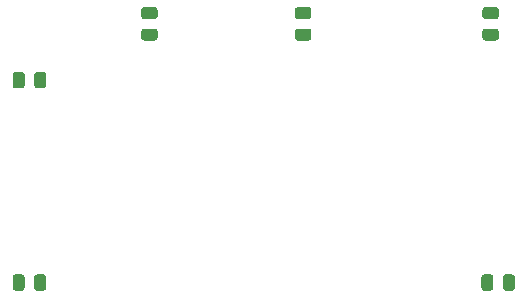
<source format=gbr>
%TF.GenerationSoftware,KiCad,Pcbnew,(5.1.10)-1*%
%TF.CreationDate,2021-09-25T03:13:22+01:00*%
%TF.ProjectId,EnergyMonitor,456e6572-6779-44d6-9f6e-69746f722e6b,v1.0*%
%TF.SameCoordinates,Original*%
%TF.FileFunction,Paste,Bot*%
%TF.FilePolarity,Positive*%
%FSLAX46Y46*%
G04 Gerber Fmt 4.6, Leading zero omitted, Abs format (unit mm)*
G04 Created by KiCad (PCBNEW (5.1.10)-1) date 2021-09-25 03:13:22*
%MOMM*%
%LPD*%
G01*
G04 APERTURE LIST*
G04 APERTURE END LIST*
%TO.C,R34*%
G36*
G01*
X94062500Y-120147502D02*
X94062500Y-119247498D01*
G75*
G02*
X94312498Y-118997500I249998J0D01*
G01*
X94837502Y-118997500D01*
G75*
G02*
X95087500Y-119247498I0J-249998D01*
G01*
X95087500Y-120147502D01*
G75*
G02*
X94837502Y-120397500I-249998J0D01*
G01*
X94312498Y-120397500D01*
G75*
G02*
X94062500Y-120147502I0J249998D01*
G01*
G37*
G36*
G01*
X92237500Y-120147502D02*
X92237500Y-119247498D01*
G75*
G02*
X92487498Y-118997500I249998J0D01*
G01*
X93012502Y-118997500D01*
G75*
G02*
X93262500Y-119247498I0J-249998D01*
G01*
X93262500Y-120147502D01*
G75*
G02*
X93012502Y-120397500I-249998J0D01*
G01*
X92487498Y-120397500D01*
G75*
G02*
X92237500Y-120147502I0J249998D01*
G01*
G37*
%TD*%
%TO.C,R33*%
G36*
G01*
X132950000Y-119247498D02*
X132950000Y-120147502D01*
G75*
G02*
X132700002Y-120397500I-249998J0D01*
G01*
X132174998Y-120397500D01*
G75*
G02*
X131925000Y-120147502I0J249998D01*
G01*
X131925000Y-119247498D01*
G75*
G02*
X132174998Y-118997500I249998J0D01*
G01*
X132700002Y-118997500D01*
G75*
G02*
X132950000Y-119247498I0J-249998D01*
G01*
G37*
G36*
G01*
X134775000Y-119247498D02*
X134775000Y-120147502D01*
G75*
G02*
X134525002Y-120397500I-249998J0D01*
G01*
X133999998Y-120397500D01*
G75*
G02*
X133750000Y-120147502I0J249998D01*
G01*
X133750000Y-119247498D01*
G75*
G02*
X133999998Y-118997500I249998J0D01*
G01*
X134525002Y-118997500D01*
G75*
G02*
X134775000Y-119247498I0J-249998D01*
G01*
G37*
%TD*%
%TO.C,R32*%
G36*
G01*
X94062500Y-103002502D02*
X94062500Y-102102498D01*
G75*
G02*
X94312498Y-101852500I249998J0D01*
G01*
X94837502Y-101852500D01*
G75*
G02*
X95087500Y-102102498I0J-249998D01*
G01*
X95087500Y-103002502D01*
G75*
G02*
X94837502Y-103252500I-249998J0D01*
G01*
X94312498Y-103252500D01*
G75*
G02*
X94062500Y-103002502I0J249998D01*
G01*
G37*
G36*
G01*
X92237500Y-103002502D02*
X92237500Y-102102498D01*
G75*
G02*
X92487498Y-101852500I249998J0D01*
G01*
X93012502Y-101852500D01*
G75*
G02*
X93262500Y-102102498I0J-249998D01*
G01*
X93262500Y-103002502D01*
G75*
G02*
X93012502Y-103252500I-249998J0D01*
G01*
X92487498Y-103252500D01*
G75*
G02*
X92237500Y-103002502I0J249998D01*
G01*
G37*
%TD*%
%TO.C,R31*%
G36*
G01*
X103372498Y-98190000D02*
X104272502Y-98190000D01*
G75*
G02*
X104522500Y-98439998I0J-249998D01*
G01*
X104522500Y-98965002D01*
G75*
G02*
X104272502Y-99215000I-249998J0D01*
G01*
X103372498Y-99215000D01*
G75*
G02*
X103122500Y-98965002I0J249998D01*
G01*
X103122500Y-98439998D01*
G75*
G02*
X103372498Y-98190000I249998J0D01*
G01*
G37*
G36*
G01*
X103372498Y-96365000D02*
X104272502Y-96365000D01*
G75*
G02*
X104522500Y-96614998I0J-249998D01*
G01*
X104522500Y-97140002D01*
G75*
G02*
X104272502Y-97390000I-249998J0D01*
G01*
X103372498Y-97390000D01*
G75*
G02*
X103122500Y-97140002I0J249998D01*
G01*
X103122500Y-96614998D01*
G75*
G02*
X103372498Y-96365000I249998J0D01*
G01*
G37*
%TD*%
%TO.C,R30*%
G36*
G01*
X116389998Y-98190000D02*
X117290002Y-98190000D01*
G75*
G02*
X117540000Y-98439998I0J-249998D01*
G01*
X117540000Y-98965002D01*
G75*
G02*
X117290002Y-99215000I-249998J0D01*
G01*
X116389998Y-99215000D01*
G75*
G02*
X116140000Y-98965002I0J249998D01*
G01*
X116140000Y-98439998D01*
G75*
G02*
X116389998Y-98190000I249998J0D01*
G01*
G37*
G36*
G01*
X116389998Y-96365000D02*
X117290002Y-96365000D01*
G75*
G02*
X117540000Y-96614998I0J-249998D01*
G01*
X117540000Y-97140002D01*
G75*
G02*
X117290002Y-97390000I-249998J0D01*
G01*
X116389998Y-97390000D01*
G75*
G02*
X116140000Y-97140002I0J249998D01*
G01*
X116140000Y-96614998D01*
G75*
G02*
X116389998Y-96365000I249998J0D01*
G01*
G37*
%TD*%
%TO.C,R15*%
G36*
G01*
X132264998Y-98190000D02*
X133165002Y-98190000D01*
G75*
G02*
X133415000Y-98439998I0J-249998D01*
G01*
X133415000Y-98965002D01*
G75*
G02*
X133165002Y-99215000I-249998J0D01*
G01*
X132264998Y-99215000D01*
G75*
G02*
X132015000Y-98965002I0J249998D01*
G01*
X132015000Y-98439998D01*
G75*
G02*
X132264998Y-98190000I249998J0D01*
G01*
G37*
G36*
G01*
X132264998Y-96365000D02*
X133165002Y-96365000D01*
G75*
G02*
X133415000Y-96614998I0J-249998D01*
G01*
X133415000Y-97140002D01*
G75*
G02*
X133165002Y-97390000I-249998J0D01*
G01*
X132264998Y-97390000D01*
G75*
G02*
X132015000Y-97140002I0J249998D01*
G01*
X132015000Y-96614998D01*
G75*
G02*
X132264998Y-96365000I249998J0D01*
G01*
G37*
%TD*%
M02*

</source>
